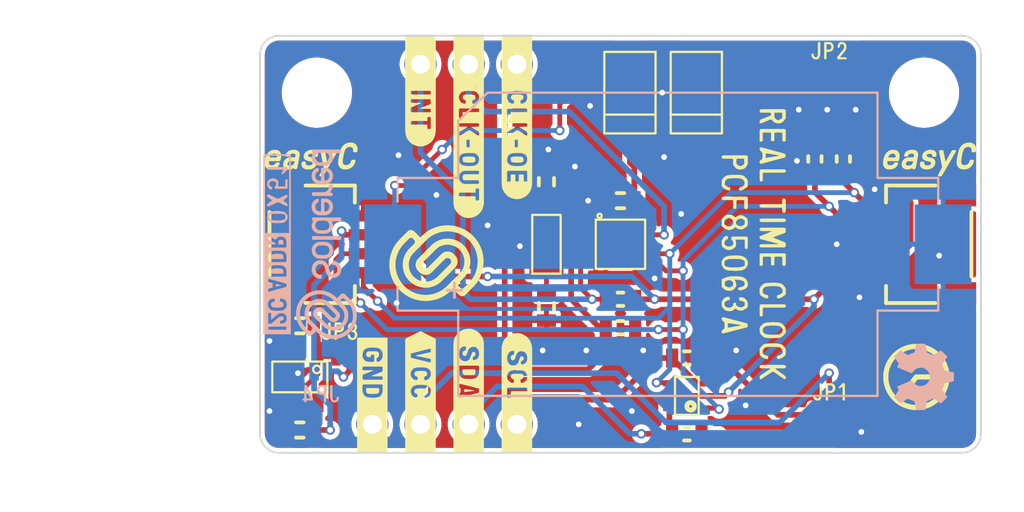
<source format=kicad_pcb>
(kicad_pcb (version 20210623) (generator pcbnew)
  (title_block (title "Real time clock PCF85063A") (date "2021-06-11") (rev "V1.1.1.") (company "SOLDERED") (comment 1 "333051"))
  (layers (0 "F.Cu" signal) (31 "B.Cu" signal) (34 "B.Paste" user) (35 "F.Paste" user) (36 "B.SilkS" user "B.Silkscreen") (37 "F.SilkS" user "F.Silkscreen") (38 "B.Mask" user) (39 "F.Mask" user) (44 "Edge.Cuts" user))
  (net 0 "")
  (net 1 "GND")
  (net 2 "Net-(C1-Pad1)")
  (net 3 "Net-(C2-Pad1)")
  (net 4 "VCC")
  (net 5 "Net-(C4-Pad2)")
  (net 6 "3V3")
  (net 7 "Net-(D1-Pad1)")
  (net 8 "SDA_PULL5")
  (net 9 "5V")
  (net 10 "SCL_PULL5")
  (net 11 "SDA_PULL3,3")
  (net 12 "SCL_PULL3,3")
  (net 13 "CLK_OE")
  (net 14 "CLK_OUT")
  (net 15 "INT")
  (net 16 "SDA3,3")
  (net 17 "SCL3,3")
  (net 18 "SCL5")
  (net 19 "SDA5")
  (footprint "e-radionica.com footprinti:0603R" (layer "F.Cu") (at 130.8 126.1)
    (fp_text reference "R5")
    (fp_text value "10k")
    (pad "1" smd rect locked (at -0.775 0 90) (size 1 0.64) (layers "F.Cu" "F.Paste" "F.Mask") (net 19 "SDA5"))
    (pad "2" smd rect locked (at 0.775 0 90) (size 1 0.64) (layers "F.Cu" "F.Paste" "F.Mask") (net 8 "SDA_PULL5"))
  )
  (footprint "e-radionica.com footprinti:KRISTAL_3215" (layer "F.Cu") (at 123.4 116.1 90)
    (fp_text reference "X1")
    (fp_text value "32.768kHz-3215")
    (pad "1" smd rect locked (at -1.25 0 90) (size 1 1.8) (layers "F.Cu" "F.Paste" "F.Mask") (net 2 "Net-(C1-Pad1)"))
    (pad "2" smd rect locked (at 1.25 0 90) (size 1 1.8) (layers "F.Cu" "F.Paste" "F.Mask") (net 3 "Net-(C2-Pad1)"))
  )
  (footprint "buzzardLabel" (layer "F.Cu") (at 121.84 127.5 -90)
    (fp_text reference "" (at 0 0 90) (layer "F.SilkS") (effects (font (size 1.27 1.27))))
    (fp_text value "" (at 0 0 90) (layer "F.SilkS") (effects (font (size 1.27 1.27))))
  )
  (footprint "e-radionica.com footprinti:SMD-JUMPER-CONNECTED_TRACE_SLODERMASK" (layer "F.Cu") (at 112.65 122)
    (fp_text reference "JP3")
    (fp_text value "SMD-JUMPER-CONNECTED_TRACE_SLODERMASK")
    (fp_poly (pts (xy 0.1 0.1) (xy -0.1 0.1) (xy -0.1 -0.1) (xy 0.1 -0.1)) (layer "F.Cu") (width 0.1) (fill solid))
    (pad "1" smd rect locked (at -0.35 0) (size 0.5 1) (layers "F.Cu" "F.Mask") (net 5 "Net-(C4-Pad2)"))
    (pad "2" smd rect locked (at 0.35 0) (size 0.5 1) (layers "F.Cu" "F.Mask") (net 9 "5V"))
  )
  (footprint "Soldered Graphics:Symbol-Front-Clock" (layer "F.Cu") (at 142.9 123.1 -90)
    (fp_text reference "G***" hide)
    (fp_text value "LOGO" hide)
  )
  (footprint "buzzardLabel" (layer "F.Cu") (at 135.3 116.1 -90)
    (fp_text reference "" (at 0 0 90) (layer "F.SilkS") (effects (font (size 1.27 1.27))))
    (fp_text value "" (at 0 0 90) (layer "F.SilkS") (effects (font (size 1.27 1.27))))
  )
  (footprint "e-radionica.com footprinti:HEADER_MALE_4X1" (layer "F.Cu") (at 118.03 125.6)
    (fp_text reference "K5")
    (fp_text value "HEADER_MALE_4X1")
    (pad "1" thru_hole circle locked (at -3.81 0) (size 1.7 1.7) (drill 1) (layers *.Cu *.Mask) (net 1 "GND"))
    (pad "2" thru_hole circle locked (at -1.27 0) (size 1.7 1.7) (drill 1) (layers *.Cu *.Mask) (net 9 "5V"))
    (pad "3" thru_hole circle locked (at 1.27 0) (size 1.7 1.7) (drill 1) (layers *.Cu *.Mask) (net 19 "SDA5"))
    (pad "4" thru_hole circle locked (at 3.81 0) (size 1.7 1.7) (drill 1) (layers *.Cu *.Mask) (net 18 "SCL5"))
  )
  (footprint "Soldered Graphics:Logo-Front-easyC-5mm" (layer "F.Cu") (at 143.6 111.6)
    (fp_text reference "G***" hide)
    (fp_text value "LOGO" hide)
  )
  (footprint "Soldered Graphics:Logo-Back-OSH-3.5mm" (layer "F.Cu") (at 143.3 123.1 -90)
    (fp_text reference "G***" hide)
    (fp_text value "LOGO" hide)
  )
  (footprint "buzzardLabel" (layer "F.Cu") (at 119.3 127.5 -90)
    (fp_text reference "" (at 0 0 90) (layer "F.SilkS") (effects (font (size 1.27 1.27))))
    (fp_text value "" (at 0 0 90) (layer "F.SilkS") (effects (font (size 1.27 1.27))))
  )
  (footprint "e-radionica.com footprinti:0603C" (layer "F.Cu") (at 127.3 113.8)
    (fp_text reference "C3")
    (fp_text value "0.1uF")
    (pad "1" smd rect locked (at -0.73 0) (size 0.66 1) (layers "F.Cu" "F.Paste" "F.Mask") (net 1 "GND"))
    (pad "2" smd rect locked (at 0.73 0) (size 0.66 1) (layers "F.Cu" "F.Paste" "F.Mask") (net 4 "VCC"))
  )
  (footprint "e-radionica.com footprinti:0603C" (layer "F.Cu") (at 123.4 112.8 90)
    (fp_text reference "C2")
    (fp_text value "7pF")
    (pad "1" smd rect locked (at -0.73 0 90) (size 0.66 1) (layers "F.Cu" "F.Paste" "F.Mask") (net 3 "Net-(C2-Pad1)"))
    (pad "2" smd rect locked (at 0.73 0 90) (size 0.66 1) (layers "F.Cu" "F.Paste" "F.Mask") (net 1 "GND"))
  )
  (footprint "e-radionica.com footprinti:FIDUCIAL_23" (layer "F.Cu") (at 110.3 116.1 -90)
    (fp_text reference "FD1")
    (fp_text value "FIDUCIAL")
    (fp_circle (center 0 0) (end 1 0) (layer "F.Cu") (width 0.2) (fill none))
    (pad "1" smd circle (at 0 0 270) (size 1 1) (layers "F.Cu" "F.Paste" "F.Mask") (clearance 1.1))
  )
  (footprint "e-radionica.com footprinti:0603C" (layer "F.Cu") (at 110.4 125.9)
    (fp_text reference "C5")
    (fp_text value "2.2uF")
    (pad "1" smd rect locked (at -0.73 0) (size 0.66 1) (layers "F.Cu" "F.Paste" "F.Mask") (net 1 "GND"))
    (pad "2" smd rect locked (at 0.73 0) (size 0.66 1) (layers "F.Cu" "F.Paste" "F.Mask") (net 6 "3V3"))
  )
  (footprint "e-radionica.com footprinti:HOLE_3.2mm" (layer "F.Cu") (at 111.3 108.1 -90)
    (fp_text reference "H2" hide)
    (fp_text value "HOLE_3.2mm" hide)
    (pad "" np_thru_hole circle locked (at 0 0 270) (size 3.2 3.2) (drill 3.2) (layers F&B.Cu *.Mask))
  )
  (footprint "buzzardLabel" (layer "F.Cu") (at 116.76 127.5 -90)
    (fp_text reference "" (at 0 0 90) (layer "F.SilkS") (effects (font (size 1.27 1.27))))
    (fp_text value "" (at 0 0 90) (layer "F.SilkS") (effects (font (size 1.27 1.27))))
  )
  (footprint "Soldered Graphics:Logo-Front-Soldered-5mm" (layer "F.Cu") (at 117.6 117.1 -90)
    (fp_text reference "G***" hide)
    (fp_text value "LOGO" hide)
  )
  (footprint "e-radionica.com footprinti:SMD_JUMPER_3_PAD_TRACE" (layer "F.Cu") (at 138.3 107.1 180)
    (fp_text reference "JP2")
    (fp_text value "SMD_JUMPER_3_PAD_TRACE")
    (fp_poly (pts (xy 0.45 0.05) (xy 0.25 0.05) (xy 0.25 -0.05) (xy 0.45 -0.05)) (layer "F.Cu") (width 0.1) (fill solid))
    (fp_poly (pts (xy -0.25 0.05) (xy -0.45 0.05) (xy -0.45 -0.05) (xy -0.25 -0.05)) (layer "F.Cu") (width 0.1) (fill solid))
    (pad "1" smd rect locked (at -0.7 0) (size 0.5 1) (layers "F.Cu" "F.Mask") (net 12 "SCL_PULL3,3"))
    (pad "2" smd custom locked (at 0 0) (size 0.5 1) (layers "F.Cu" "F.Mask") (net 6 "3V3") (options (clearance outline) (anchor rect)) (primitives))
    (pad "3" smd rect locked (at 0.7 0) (size 0.5 1) (layers "F.Cu" "F.Mask") (net 11 "SDA_PULL3,3"))
  )
  (footprint "e-radionica.com footprinti:M4_DIODA" (layer "F.Cu") (at 131.3 108.1 -90)
    (fp_text reference "D2")
    (fp_text value "M4_DIODA")
    (pad "1" smd rect locked (at -1.69 0 270) (size 1.27 1.47) (layers "F.Cu" "F.Paste" "F.Mask") (net 6 "3V3"))
    (pad "2" smd rect locked (at 1.69 0 270) (size 1.27 1.47) (layers "F.Cu" "F.Paste" "F.Mask") (net 4 "VCC"))
  )
  (footprint "e-radionica.com footprinti:0603C" (layer "F.Cu") (at 123.4 119.4 -90)
    (fp_text reference "C1")
    (fp_text value "7pF")
    (pad "1" smd rect locked (at -0.73 0 270) (size 0.66 1) (layers "F.Cu" "F.Paste" "F.Mask") (net 2 "Net-(C1-Pad1)"))
    (pad "2" smd rect locked (at 0.73 0 270) (size 0.66 1) (layers "F.Cu" "F.Paste" "F.Mask") (net 1 "GND"))
  )
  (footprint "e-radionica.com footprinti:0603R" (layer "F.Cu") (at 139.05 111.6 90)
    (fp_text reference "R6")
    (fp_text value "10k")
    (pad "1" smd rect locked (at -0.775 0 180) (size 1 0.64) (layers "F.Cu" "F.Paste" "F.Mask") (net 17 "SCL3,3"))
    (pad "2" smd rect locked (at 0.775 0 180) (size 1 0.64) (layers "F.Cu" "F.Paste" "F.Mask") (net 12 "SCL_PULL3,3"))
  )
  (footprint "buzzardLabel" (layer "F.Cu") (at 138.3 105.9)
    (fp_text reference "" (at 0 0) (layer "F.SilkS") (effects (font (size 1.27 1.27))))
    (fp_text value "" (at 0 0) (layer "F.SilkS") (effects (font (size 1.27 1.27))))
  )
  (footprint "e-radionica.com footprinti:SOT-23-5" (layer "F.Cu") (at 110.4 123.1 -90)
    (fp_text reference "U3")
    (fp_text value "SE5218")
    (pad "1" smd rect (at -1.3 -0.95 270) (size 1.1 0.6) (layers "F.Cu" "F.Paste" "F.Mask") (net 5 "Net-(C4-Pad2)"))
    (pad "2" smd rect (at -1.3 0 270) (size 1.1 0.6) (layers "F.Cu" "F.Paste" "F.Mask") (net 1 "GND"))
    (pad "3" smd rect (at -1.3 0.95 270) (size 1.1 0.6) (layers "F.Cu" "F.Paste" "F.Mask") (net 5 "Net-(C4-Pad2)"))
    (pad "4" smd rect (at 1.3 0.95 270) (size 1.1 0.6) (layers "F.Cu" "F.Paste" "F.Mask"))
    (pad "5" smd rect (at 1.3 -0.95 270) (size 1.1 0.6) (layers "F.Cu" "F.Paste" "F.Mask") (net 6 "3V3"))
  )
  (footprint "buzzardLabel" (layer "F.Cu") (at 133.3 116.1 -90)
    (fp_text reference "" (at 0 0 90) (layer "F.SilkS") (effects (font (size 1.27 1.27))))
    (fp_text value "" (at 0 0 90) (layer "F.SilkS") (effects (font (size 1.27 1.27))))
  )
  (footprint "e-radionica.com footprinti:0603R" (layer "F.Cu") (at 127.3 120.5 180)
    (fp_text reference "R4")
    (fp_text value "10k")
    (pad "1" smd rect locked (at -0.775 0 270) (size 1 0.64) (layers "F.Cu" "F.Paste" "F.Mask") (net 1 "GND"))
    (pad "2" smd rect locked (at 0.775 0 270) (size 1 0.64) (layers "F.Cu" "F.Paste" "F.Mask") (net 13 "CLK_OE"))
  )
  (footprint "buzzardLabel" (layer "F.Cu") (at 112.5 120.7)
    (fp_text reference "" (at 0 0) (layer "F.SilkS") (effects (font (size 1.27 1.27))))
    (fp_text value "" (at 0 0) (layer "F.SilkS") (effects (font (size 1.27 1.27))))
  )
  (footprint "buzzardLabel" (layer "F.Cu") (at 138.3 123.9)
    (fp_text reference "" (at 0 0) (layer "F.SilkS") (effects (font (size 1.27 1.27))))
    (fp_text value "" (at 0 0) (layer "F.SilkS") (effects (font (size 1.27 1.27))))
  )
  (footprint "buzzardLabel" (layer "F.Cu") (at 121.84 104.7 -90)
    (fp_text reference "" (at 0 0 90) (layer "F.SilkS") (effects (font (size 1.27 1.27))))
    (fp_text value "" (at 0 0 90) (layer "F.SilkS") (effects (font (size 1.27 1.27))))
  )
  (footprint "e-radionica.com footprinti:0603R" (layer "F.Cu") (at 137.55 111.6 -90)
    (fp_text reference "R1")
    (fp_text value "10k")
    (pad "1" smd rect locked (at -0.775 0) (size 1 0.64) (layers "F.Cu" "F.Paste" "F.Mask") (net 11 "SDA_PULL3,3"))
    (pad "2" smd rect locked (at 0.775 0) (size 1 0.64) (layers "F.Cu" "F.Paste" "F.Mask") (net 16 "SDA3,3"))
  )
  (footprint "e-radionica.com footprinti:HOLE_3.2mm" (layer "F.Cu") (at 143.3 108.1 -90)
    (fp_text reference "H1" hide)
    (fp_text value "HOLE_3.2mm" hide)
    (pad "" np_thru_hole circle locked (at 0 0 270) (size 3.2 3.2) (drill 3.2) (layers F&B.Cu *.Mask))
  )
  (footprint "buzzardLabel" (layer "F.Cu") (at 114.22 127.5 -90)
    (fp_text reference "" (at 0 0 90) (layer "F.SilkS") (effects (font (size 1.27 1.27))))
    (fp_text value "" (at 0 0 90) (layer "F.SilkS") (effects (font (size 1.27 1.27))))
  )
  (footprint "e-radionica.com footprinti:0603C" (layer "F.Cu") (at 110.4 120.4)
    (fp_text reference "C4")
    (fp_text value "2.2uF")
    (pad "1" smd rect locked (at -0.73 0) (size 0.66 1) (layers "F.Cu" "F.Paste" "F.Mask") (net 1 "GND"))
    (pad "2" smd rect locked (at 0.73 0) (size 0.66 1) (layers "F.Cu" "F.Paste" "F.Mask") (net 5 "Net-(C4-Pad2)"))
  )
  (footprint "e-radionica.com footprinti:0603R" (layer "F.Cu") (at 127.3 119)
    (fp_text reference "R3")
    (fp_text value "10k")
    (pad "1" smd rect locked (at -0.775 0 90) (size 1 0.64) (layers "F.Cu" "F.Paste" "F.Mask") (net 15 "INT"))
    (pad "2" smd rect locked (at 0.775 0 90) (size 1 0.64) (layers "F.Cu" "F.Paste" "F.Mask") (net 6 "3V3"))
  )
  (footprint "buzzardLabel" (layer "F.Cu") (at 119.3 104.7 -90)
    (fp_text reference "" (at 0 0 90) (layer "F.SilkS") (effects (font (size 1.27 1.27))))
    (fp_text value "" (at 0 0 90) (layer "F.SilkS") (effects (font (size 1.27 1.27))))
  )
  (footprint "e-radionica.com footprinti:easyC-connector" (layer "F.Cu") (at 143 116.1 -90)
    (fp_text reference "K4")
    (fp_text value "easyC-SMD")
    (pad "1" smd rect locked (at -1.5 2.15 270) (size 0.6 1.55) (layers "F.Cu" "F.Paste" "F.Mask") (net 17 "SCL3,3"))
    (pad "2" smd rect locked (at -0.5 2.15 270) (size 0.6 1.55) (layers "F.Cu" "F.Paste" "F.Mask") (net 16 "SDA3,3"))
    (pad "3" smd rect locked (at 0.5 2.15 270) (size 0.6 1.55) (layers "F.Cu" "F.Paste" "F.Mask") (net 6 "3V3"))
    (pad "4" smd rect locked (at 1.5 2.15 270) (size 0.6 1.55) (layers "F.Cu" "F.Paste" "F.Mask") (net 1 "GND"))
    (pad "5" smd rect locked (at 2.6 -2.15 270) (size 1.2 1.8) (layers "F.Cu" "F.Paste" "F.Mask") (net 1 "GND"))
    (pad "5" smd rect locked (at -2.6 -2.15 270) (size 1.2 1.8) (layers "F.Cu" "F.Paste" "F.Mask") (net 1 "GND"))
  )
  (footprint "e-radionica.com footprinti:M4_DIODA" (layer "F.Cu") (at 127.8 108.1 -90)
    (fp_text reference "D1")
    (fp_text value "M4_DIODA")
    (pad "1" smd rect locked (at -1.69 0 270) (size 1.27 1.47) (layers "F.Cu" "F.Paste" "F.Mask") (net 7 "Net-(D1-Pad1)"))
    (pad "2" smd rect locked (at 1.69 0 270) (size 1.27 1.47) (layers "F.Cu" "F.Paste" "F.Mask") (net 4 "VCC"))
  )
  (footprint "Soldered Graphics:Logo-Front-easyC-5mm" (layer "F.Cu") (at 111 111.6)
    (fp_text reference "G***" hide)
    (fp_text value "LOGO" hide)
  )
  (footprint "Soldered Graphics:Logo-Back-SolderedFULL-10mm" (layer "F.Cu") (at 111.8 116.1 -90)
    (fp_text reference "G***" hide)
    (fp_text value "LOGO" hide)
  )
  (footprint "buzzardLabel" (layer "F.Cu") (at 116.76 104.7 -90)
    (fp_text reference "" (at 0 0 90) (layer "F.SilkS") (effects (font (size 1.27 1.27))))
    (fp_text value "" (at 0 0 90) (layer "F.SilkS") (effects (font (size 1.27 1.27))))
  )
  (footprint "e-radionica.com footprinti:SMD_JUMPER_3_PAD_TRACE" (layer "F.Cu") (at 138.3 125.1)
    (fp_text reference "JP1")
    (fp_text value "SMD_JUMPER_3_PAD_TRACE")
    (fp_poly (pts (xy -0.25 0.05) (xy -0.45 0.05) (xy -0.45 -0.05) (xy -0.25 -0.05)) (layer "F.Cu") (width 0.1) (fill solid))
    (fp_poly (pts (xy 0.45 0.05) (xy 0.25 0.05) (xy 0.25 -0.05) (xy 0.45 -0.05)) (layer "F.Cu") (width 0.1) (fill solid))
    (pad "1" smd rect locked (at -0.7 0 180) (size 0.5 1) (layers "F.Cu" "F.Mask") (net 10 "SCL_PULL5"))
    (pad "2" smd custom locked (at 0 0 180) (size 0.5 1) (layers "F.Cu" "F.Mask") (net 9 "5V") (options (clearance outline) (anchor rect)) (primitives))
    (pad "3" smd rect locked (at 0.7 0 180) (size 0.5 1) (layers "F.Cu" "F.Mask") (net 8 "SDA_PULL5"))
  )
  (footprint "e-radionica.com footprinti:SOT-363" (layer "F.Cu") (at 130.8 124.1 180)
    (fp_text reference "U1")
    (fp_text value "NMOS-DUAL")
    (pad "1" smd rect (at -0.92 -0.65 270) (size 0.3 0.66) (layers "F.Cu" "F.Paste" "F.Mask") (net 16 "SDA3,3"))
    (pad "2" smd rect (at -0.92 0 270) (size 0.3 0.66) (layers "F.Cu" "F.Paste" "F.Mask") (net 6 "3V3"))
    (pad "3" smd rect (at -0.92 0.65 270) (size 0.3 0.66) (layers "F.Cu" "F.Paste" "F.Mask") (net 18 "SCL5"))
    (pad "4" smd rect (at 0.92 0.65 270) (size 0.3 0.66) (layers "F.Cu" "F.Paste" "F.Mask") (net 17 "SCL3,3"))
    (pad "5" smd rect (at 0.92 0 270) (size 0.3 0.66) (layers "F.Cu" "F.Paste" "F.Mask") (net 6 "3V3"))
    (pad "6" smd rect (at 0.92 -0.65 270) (size 0.3 0.66) (layers "F.Cu" "F.Paste" "F.Mask") (net 19 "SDA5"))
  )
  (footprint "e-radionica.com footprinti:easyC-connector" (layer "F.Cu") (at 111.6 116.1 90)
    (fp_text reference "K3")
    (fp_text value "easyC-SMD")
    (pad "1" smd rect locked (at -1.5 2.15 90) (size 0.6 1.55) (layers "F.Cu" "F.Paste" "F.Mask") (net 17 "SCL3,3"))
    (pad "2" smd rect locked (at -0.5 2.15 90) (size 0.6 1.55) (layers "F.Cu" "F.Paste" "F.Mask") (net 16 "SDA3,3"))
    (pad "3" smd rect locked (at 0.5 2.15 90) (size 0.6 1.55) (layers "F.Cu" "F.Paste" "F.Mask") (net 6 "3V3"))
    (pad "4" smd rect locked (at 1.5 2.15 90) (size 0.6 1.55) (layers "F.Cu" "F.Paste" "F.Mask") (net 1 "GND"))
    (pad "5" smd rect locked (at -2.6 -2.15 90) (size 1.2 1.8) (layers "F.Cu" "F.Paste" "F.Mask") (net 1 "GND"))
    (pad "5" smd rect locked (at 2.6 -2.15 90) (size 1.2 1.8) (layers "F.Cu" "F.Paste" "F.Mask") (net 1 "GND"))
  )
  (footprint "e-radionica.com footprinti:0603R" (layer "F.Cu") (at 130.8 122.1 180)
    (fp_text reference "R2")
    (fp_text value "10k")
    (pad "1" smd rect locked (at -0.775 0 270) (size 1 0.64) (layers "F.Cu" "F.Paste" "F.Mask") (net 10 "SCL_PULL5"))
    (pad "2" smd rect locked (at 0.775 0 270) (size 1 0.64) (layers "F.Cu" "F.Paste" "F.Mask") (net 18 "SCL5"))
  )
  (footprint "e-radionica.com footprinti:HEADER_MALE_3X1" (layer "F.Cu") (at 119.3 106.6)
    (fp_text reference "K2")
    (fp_text value "HEADER_MALE_3X1")
    (pad "1" thru_hole circle locked (at -2.54 0) (size 1.7 1.7) (drill 1) (layers *.Cu *.Mask) (net 15 "INT"))
    (pad "2" thru_hole circle locked (at 0 0) (size 1.7 1.7) (drill 1) (layers *.Cu *.Mask) (net 14 "CLK_OUT"))
    (pad "3" thru_hole circle locked (at 2.54 0) (size 1.7 1.7) (drill 1) (layers *.Cu *.Mask) (net 13 "CLK_OE"))
  )
  (footprint "e-radionica.com footprinti:PCF85063A" (layer "F.Cu") (at 127.3 116.1)
    (fp_text reference "U2")
    (fp_text value "PCF85063A")
    (pad "" smd rect (at 0 0) (size 1.1 2.3) (layers "F.Cu" "F.Paste" "F.Mask"))
    (pad "1" smd rect (at -1.3 -1) (size 0.7 0.25) (layers "F.Cu" "F.Paste" "F.Mask") (net 3 "Net-(C2-Pad1)"))
    (pad "2" smd rect (at -1.3 -0.5) (size 0.7 0.25) (layers "F.Cu" "F.Paste" "F.Mask") (net 2 "Net-(C1-Pad1)"))
    (pad "3" smd rect (at -1.3 0) (size 0.7 0.25) (layers "F.Cu" "F.Paste" "F.Mask") (net 13 "CLK_OE"))
    (pad "4" smd rect (at -1.3 0.5) (size 0.7 0.25) (layers "F.Cu" "F.Paste" "F.Mask") (net 15 "INT"))
    (pad "5" smd rect (at -1.3 1) (size 0.7 0.25) (layers "F.Cu" "F.Paste" "F.Mask") (net 1 "GND"))
    (pad "6" smd rect (at 1.3 1) (size 0.7 0.25) (layers "F.Cu" "F.Paste" "F.Mask") (net 16 "SDA3,3"))
    (pad "7" smd rect (at 1.3 0.5) (size 0.7 0.25) (layers "F.Cu" "F.Paste" "F.Mask") (net 17 "SCL3,3"))
    (pad "8" smd rect (at 1.3 0) (size 0.7 0.25) (layers "F.Cu" "F.Paste" "F.Mask"))
    (pad "9" smd rect (at 1.3 -0.5) (size 0.7 0.25) (layers "F.Cu" "F.Paste" "F.Mask") (net 14 "CLK_OUT"))
    (pad "10" smd rect (at 1.3 -1) (size 0.7 0.25) (layers "F.Cu" "F.Paste" "F.Mask") (net 4 "VCC"))
  )
  (footprint "buzzardLabel" (layer "B.Cu") (at 109.2 113.5 90)
    (fp_text reference "" (at 0 0 90) (layer "B.SilkS") (effects (font (size 1.27 1.27)) (justify mirror)))
    (fp_text value "" (at 0 0 90) (layer "B.SilkS") (effects (font (size 1.27 1.27)) (justify mirror)))
  )
  (footprint "Soldered Graphics:Symbol-Front-I2C-ADDR-Field" (layer "B.Cu") (at 109.2 116.1 90)
    (fp_text reference "REF**" hide)
    (fp_text value "Symbol-Front-I2C-ADDR-Field" hide)
  )
  (footprint "e-radionica.com footprinti:CR2032-BS-6-1" (layer "B.Cu") (at 129.8 116.1 180)
    (fp_text reference "K1")
    (fp_text value "CR2032_BS-6_HOLDER")
    (fp_text user "+" (at 11.25 -2.5 180 unlocked) (layer "B.SilkS") (effects (justify mirror)))
    (pad "+" smd rect locked (at 14.5 0 180) (size 3 4.2) (layers "B.Cu" "B.Paste" "B.Mask") (net 7 "Net-(D1-Pad1)"))
    (pad "-" smd rect locked (at -14.5 0 180) (size 3 4.2) (layers "B.Cu" "B.Paste" "B.Mask") (net 1 "GND"))
  )
  (footprint "buzzardLabel" (layer "B.Cu") (at 111.5 124 180)
    (fp_text reference "" (at 0 0) (layer "B.SilkS") (effects (font (size 1.27 1.27)) (justify mirror)))
    (fp_text value "" (at 0 0) (layer "B.SilkS") (effects (font (size 1.27 1.27)) (justify mirror)))
  )
  (footprint "e-radionica.com footprinti:SMD_JUMPER" (layer "B.Cu") (at 111.5 122.8 180)
    (fp_text reference "JP4")
    (fp_text value "SMD_JUMPER")
    (pad "1" smd rect locked (at -0.35 0 180) (size 0.5 1) (layers "B.Cu" "B.Mask") (net 9 "5V"))
    (pad "2" smd rect locked (at 0.35 0 180) (size 0.5 1) (layers "B.Cu" "B.Mask") (net 6 "3V3"))
  )
  (gr_arc (start 145.3 106.1) (end 146.3 106.1) (angle -90) (layer "Edge.Cuts") (width 0.1))
  (gr_line (start 145.3 127.1) (end 109.3 127.1) (layer "Edge.Cuts") (width 0.1))
  (gr_line (start 146.3 106.1) (end 146.3 126.1) (layer "Edge.Cuts") (width 0.1))
  (gr_arc (start 145.3 126.1) (end 145.3 127.1) (angle -90) (layer "Edge.Cuts") (width 0.1))
  (gr_arc (start 109.3 126.1) (end 108.3 126.1) (angle -90) (layer "Edge.Cuts") (width 0.1))
  (gr_line (start 108.3 126.1) (end 108.3 106.1) (layer "Edge.Cuts") (width 0.1))
  (gr_line (start 109.3 105.1) (end 145.3 105.1) (layer "Edge.Cuts") (width 0.1))
  (gr_arc (start 109.3 106.1) (end 108.3 106.1) (angle 90) (layer "Edge.Cuts") (width 0.1))
  (via (at 136.7 109) (size 0.5) (drill 0.3) (layers "F.Cu" "B.Cu") (net 1))
  (via (at 117.6 113.5) (size 0.5) (drill 0.3) (layers "F.Cu" "B.Cu") (net 1))
  (via (at 123.2 121.7) (size 0.5) (drill 0.3) (layers "F.Cu" "B.Cu") (net 1))
  (via (at 123.5 111.1) (size 0.5) (drill 0.3) (layers "F.Cu" "B.Cu") (net 1))
  (via (at 138.7 116.1) (size 0.5) (drill 0.3) (layers "F.Cu" "B.Cu") (net 1))
  (via (at 108.8 124.9) (size 0.5) (drill 0.3) (layers "F.Cu" "B.Cu") (net 1))
  (via (at 120.3 115.1) (size 0.5) (drill 0.3) (layers "F.Cu" "B.Cu") (net 1))
  (via (at 110.3 122.9) (size 0.5) (drill 0.3) (layers "F.Cu" "B.Cu") (net 1))
  (via (at 125.5 121.7) (size 0.5) (drill 0.3) (layers "F.Cu" "B.Cu") (net 1))
  (via (at 122 116.2) (size 0.5) (drill 0.3) (layers "F.Cu" "B.Cu") (net 1))
  (via (at 125.1 125.6) (size 0.5) (drill 0.3) (layers "F.Cu" "B.Cu") (net 1))
  (via (at 129.1 117.9) (size 0.5) (drill 0.3) (layers "F.Cu" "B.Cu") (net 1))
  (via (at 128.5 121.7) (size 0.5) (drill 0.3) (layers "F.Cu" "B.Cu") (net 1))
  (via (at 129.6 111.5) (size 0.5) (drill 0.3) (layers "F.Cu" "B.Cu") (net 1))
  (via (at 127.9 124.9) (size 0.5) (drill 0.3) (layers "F.Cu" "B.Cu") (net 1))
  (via (at 125.6 113.8) (size 0.5) (drill 0.3) (layers "F.Cu" "B.Cu") (net 1))
  (via (at 133.9 124.6) (size 0.5) (drill 0.3) (layers "F.Cu" "B.Cu") (net 1))
  (via (at 133.4 121.7) (size 0.5) (drill 0.3) (layers "F.Cu" "B.Cu") (net 1))
  (via (at 115.5 119.2) (size 0.5) (drill 0.3) (layers "F.Cu" "B.Cu") (net 1))
  (via (at 139.7 109) (size 0.5) (drill 0.3) (layers "F.Cu" "B.Cu") (net 1))
  (via (at 115.6 111.4) (size 0.5) (drill 0.3) (layers "F.Cu" "B.Cu") (net 1))
  (via (at 138.2 109) (size 0.5) (drill 0.3) (layers "F.Cu" "B.Cu") (net 1))
  (via (at 108.8 121.2) (size 0.5) (drill 0.3) (layers "F.Cu" "B.Cu") (net 1))
  (via (at 125.7 108.8) (size 0.5) (drill 0.3) (layers "F.Cu" "B.Cu") (net 1))
  (via (at 124.9 112) (size 0.5) (drill 0.3) (layers "F.Cu" "B.Cu") (net 1))
  (via (at 140 126) (size 0.5) (drill 0.3) (layers "F.Cu" "B.Cu") (net 1))
  (via (at 130.5 114.5) (size 0.5) (drill 0.3) (layers "F.Cu" "B.Cu") (net 1))
  (via (at 136.6 111.7) (size 0.5) (drill 0.3) (layers "F.Cu" "B.Cu") (net 1))
  (via (at 140.7 113.2) (size 0.5) (drill 0.3) (layers "F.Cu" "B.Cu") (net 1))
  (via (at 129.5 108.1) (size 0.5) (drill 0.3) (layers "F.Cu" "B.Cu") (net 1))
  (via (at 139.9 118.9) (size 0.5) (drill 0.3) (layers "F.Cu" "B.Cu") (net 1))
  (via (at 144.1 116.7) (size 0.5) (drill 0.3) (layers "F.Cu" "B.Cu") (net 1))
  (segment (start 123.6 117) (end 123.6 117.35) (width 0.254) (layer "F.Cu") (net 2))
  (segment (start 125 115.6) (end 123.6 117) (width 0.254) (layer "F.Cu") (net 2))
  (segment (start 123.4 117.35) (end 123.4 118.67) (width 0.25) (layer "F.Cu") (net 2))
  (segment (start 126.35 115.6) (end 125 115.6) (width 0.254) (layer "F.Cu") (net 2))
  (segment (start 125.15 114.85) (end 124 114.85) (width 0.254) (layer "F.Cu") (net 3))
  (segment (start 125.4 115.1) (end 125.15 114.85) (width 0.254) (layer "F.Cu") (net 3))
  (segment (start 123.4 114.85) (end 123.4 113.53) (width 0.25) (layer "F.Cu") (net 3))
  (segment (start 126.35 115.1) (end 125.4 115.1) (width 0.254) (layer "F.Cu") (net 3))
  (segment (start 127.8 109.79) (end 131.3 109.79) (width 0.3) (layer "F.Cu") (net 4))
  (segment (start 128.03 112.03) (end 128.03 113.8) (width 0.3) (layer "F.Cu") (net 4))
  (segment (start 127.8 109.79) (end 127.8 111.8) (width 0.3) (layer "F.Cu") (net 4))
  (segment (start 128.25 115.1) (end 128.25 114.02) (width 0.254) (layer "F.Cu") (net 4))
  (segment (start 127.8 111.8) (end 128.03 112.03) (width 0.3) (layer "F.Cu") (net 4))
  (segment (start 128.25 114.02) (end 128.03 113.8) (width 0.254) (layer "F.Cu") (net 4))
  (segment (start 111.35 121.05) (end 111.35 121.8) (width 0.3) (layer "F.Cu") (net 5))
  (segment (start 112.3 122) (end 111.55 122) (width 0.3) (layer "F.Cu") (net 5))
  (segment (start 111.35 122) (end 111.35 121.45) (width 0.3) (layer "F.Cu") (net 5))
  (segment (start 111.35 122) (end 111.35 122.95) (width 0.254) (layer "F.Cu") (net 5))
  (segment (start 110.7 123.6) (end 110 123.6) (width 0.254) (layer "F.Cu") (net 5))
  (segment (start 109.45 123.05) (end 109.45 122) (width 0.254) (layer "F.Cu") (net 5))
  (segment (start 111.35 122.95) (end 110.7 123.6) (width 0.254) (layer "F.Cu") (net 5))
  (segment (start 110 123.6) (end 109.45 123.05) (width 0.254) (layer "F.Cu") (net 5))
  (segment (start 111.55 122) (end 111.35 121.8) (width 0.3) (layer "F.Cu") (net 5))
  (segment (start 111.13 120.4) (end 111.13 120.83) (width 0.3) (layer "F.Cu") (net 5))
  (segment (start 111.13 120.83) (end 111.35 121.05) (width 0.3) (layer "F.Cu") (net 5))
  (segment (start 142.6 116.1) (end 142.1 116.6) (width 0.3) (layer "F.Cu") (net 6))
  (segment (start 131.72 124.1) (end 132.8 124.1) (width 0.3) (layer "F.Cu") (net 6))
  (segment (start 129.1 119) (end 128.075 119) (width 0.3) (layer "F.Cu") (net 6))
  (segment (start 114.9 115.6) (end 113.75 115.6) (width 0.3) (layer "F.Cu") (net 6))
  (segment (start 135.24 106.41) (end 135.85 105.8) (width 0.3) (layer "F.Cu") (net 6))
  (segment (start 135.85 105.8) (end 138.8 105.8) (width 0.3) (layer "F.Cu") (net 6))
  (segment (start 111.35 125.15) (end 111.1 125.4) (width 0.3) (layer "F.Cu") (net 6))
  (segment (start 138.3 107.1) (end 138.3 106.3) (width 0.3) (layer "F.Cu") (net 6))
  (segment (start 132.8 124.1) (end 133 123.9) (width 0.3) (layer "F.Cu") (net 6))
  (segment (start 137.5 119) (end 139.9 116.6) (width 0.3) (layer "F.Cu") (net 6))
  (segment (start 138.3 106.3) (end 138.8 105.8) (width 0.3) (layer "F.Cu") (net 6))
  (segment (start 139.6 105.8) (end 140.3 106.5) (width 0.3) (layer "F.Cu") (net 6))
  (segment (start 111.1 125.4) (end 111.1 125.87) (width 0.3) (layer "F.Cu") (net 6))
  (segment (start 117.1 117.8) (end 114.9 115.6) (width 0.3) (layer "F.Cu") (net 6))
  (segment (start 137.5 119) (end 129.1 119) (width 0.3) (layer "F.Cu") (net 6))
  (segment (start 111.35 124.4) (end 111.35 125.15) (width 0.3) (layer "F.Cu") (net 6))
  (segment (start 112.8 115.6) (end 113.75 115.6) (width 0.3) (layer "F.Cu") (net 6))
  (segment (start 120.3 117.8) (end 117.1 117.8) (width 0.3) (layer "F.Cu") (net 6))
  (segment (start 140.3 106.5) (end 140.3 111.6) (width 0.3) (layer "F.Cu") (net 6))
  (segment (start 113.75 115.6) (end 114.3 115.6) (width 0.3) (layer "F.Cu") (net 6))
  (segment (start 131.3 106.41) (end 135.24 106.41) (width 0.3) (layer "F.Cu") (net 6))
  (segment (start 139.9 116.6) (end 140.85 116.6) (width 0.3) (layer "F.Cu") (net 6))
  (segment (start 129.88 124.1) (end 131.72 124.1) (width 0.3) (layer "F.Cu") (net 6))
  (segment (start 142.6 113.9) (end 142.6 116.1) (width 0.3) (layer "F.Cu") (net 6))
  (segment (start 138.8 105.8) (end 139.6 105.8) (width 0.3) (layer "F.Cu") (net 6))
  (segment (start 140.3 111.6) (end 142.6 113.9) (width 0.3) (layer "F.Cu") (net 6))
  (segment (start 112.6 115.4) (end 112.8 115.6) (width 0.3) (layer "F.Cu") (net 6))
  (segment (start 111.1 125.87) (end 111.13 125.9) (width 0.3) (layer "F.Cu") (net 6))
  (segment (start 112 125.9) (end 111.13 125.9) (width 0.3) (layer "F.Cu") (net 6))
  (segment (start 142.1 116.6) (end 140.85 116.6) (width 0.3) (layer "F.Cu") (net 6))
  (via (at 112.6 115.4) (size 0.5) (drill 0.3) (layers "F.Cu" "B.Cu") (net 6))
  (via (at 133 123.9) (size 0.5) (drill 0.3) (layers "F.Cu" "B.Cu") (net 6))
  (via (at 120.3 117.8) (size 0.5) (drill 0.3) (layers "F.Cu" "B.Cu") (net 6))
  (via (at 129.1 119) (size 0.5) (drill 0.3) (layers "F.Cu" "B.Cu") (net 6))
  (via (at 137.5 119) (size 0.5) (drill 0.3) (layers "F.Cu" "B.Cu") (net 6))
  (via (at 112 125.9) (size 0.5) (drill 0.3) (layers "F.Cu" "B.Cu") (net 6))
  (segment (start 120.3 117.8) (end 127.9 117.8) (width 0.3) (layer "B.Cu") (net 6))
  (segment (start 137.5 119) (end 137.5 119.4) (width 0.3) (layer "B.Cu") (net 6))
  (segment (start 112.6 115.4) (end 112.6 116.8) (width 0.3) (layer "B.Cu") (net 6))
  (segment (start 111.15 118.25) (end 111.15 122.8) (width 0.3) (layer "B.Cu") (net 6))
  (segment (start 127.9 117.8) (end 129.1 119) (width 0.3) (layer "B.Cu") (net 6))
  (segment (start 112.6 116.8) (end 111.15 118.25) (width 0.3) (layer "B.Cu") (net 6))
  (segment (start 137.5 119.4) (end 133 123.9) (width 0.3) (layer "B.Cu") (net 6))
  (segment (start 111.15 123.75) (end 111.15 122.8) (width 0.3) (layer "B.Cu") (net 6))
  (segment (start 112 124.6) (end 111.15 123.75) (width 0.3) (layer "B.Cu") (net 6))
  (segment (start 112 125.9) (end 112 124.6) (width 0.3) (layer "B.Cu") (net 6))
  (segment (start 116 113) (end 115.4 113) (width 0.254) (layer "F.Cu") (net 7))
  (segment (start 117.9 111.1) (end 116 113) (width 0.254) (layer "F.Cu") (net 7))
  (segment (start 126.39 106.41) (end 124.6 108.2) (width 0.254) (layer "F.Cu") (net 7))
  (segment (start 124.6 108.2) (end 124.1 108.7) (width 0.254) (layer "F.Cu") (net 7))
  (segment (start 124.1 108.7) (end 124.1 110.1) (width 0.254) (layer "F.Cu") (net 7))
  (segment (start 127.8 106.41) (end 126.39 106.41) (width 0.254) (layer "F.Cu") (net 7))
  (via (at 124.1 110.1) (size 0.5) (drill 0.3) (layers "F.Cu" "B.Cu") (net 7))
  (via (at 115.4 113) (size 0.5) (drill 0.3) (layers "F.Cu" "B.Cu") (net 7))
  (via (at 117.9 111.1) (size 0.5) (drill 0.3) (layers "F.Cu" "B.Cu") (net 7))
  (segment (start 115.4 113) (end 115.4 116) (width 0.254) (layer "B.Cu") (net 7))
  (segment (start 118.9 110.1) (end 117.9 111.1) (width 0.254) (layer "B.Cu") (net 7))
  (segment (start 115.4 116) (end 115.3 116.1) (width 0.254) (layer "B.Cu") (net 7))
  (segment (start 121.7 110.1) (end 118.9 110.1) (width 0.254) (layer "B.Cu") (net 7))
  (segment (start 124.1 110.1) (end 121.7 110.1) (width 0.254) (layer "B.Cu") (net 7))
  (segment (start 139 125.1) (end 139 125.78002) (width 0.3) (layer "F.Cu") (net 8))
  (segment (start 138.48002 126.3) (end 132.7 126.3) (width 0.3) (layer "F.Cu") (net 8))
  (segment (start 132.7 126.3) (end 132.5 126.1) (width 0.3) (layer "F.Cu") (net 8))
  (segment (start 132.5 126.1) (end 131.575 126.1) (width 0.3) (layer "F.Cu") (net 8))
  (segment (start 139 125.78002) (end 138.48002 126.3) (width 0.3) (layer "F.Cu") (net 8))
  (segment (start 116.76 125.6) (end 116.76 122.96) (width 0.3) (layer "F.Cu") (net 9))
  (segment (start 113 122.8) (end 113 122) (width 0.3) (layer "F.Cu") (net 9))
  (segment (start 116.76 122.96) (end 115.8 122) (width 0.3) (layer "F.Cu") (net 9))
  (segment (start 115.8 122) (end 113 122) (width 0.3) (layer "F.Cu") (net 9))
  (segment (start 112.7 123.1) (end 113 122.8) (width 0.3) (layer "F.Cu") (net 9))
  (segment (start 138.3 122.9) (end 138.3 125.1) (width 0.3) (layer "F.Cu") (net 9))
  (via (at 138.3 122.9) (size 0.5) (drill 0.3) (layers "F.Cu" "B.Cu") (net 9))
  (via (at 112.7 123.1) (size 0.5) (drill 0.3) (layers "F.Cu" "B.Cu") (net 9))
  (segment (start 112.4 122.8) (end 111.85 122.8) (width 0.3) (layer "B.Cu") (net 9))
  (segment (start 138.3 122.9) (end 135.7 125.5) (width 0.3) (layer "B.Cu") (net 9))
  (segment (start 118.4 122.9) (end 116.76 124.54) (width 0.3) (layer "B.Cu") (net 9))
  (segment (start 135.7 125.5) (end 129.7 125.5) (width 0.3) (layer "B.Cu") (net 9))
  (segment (start 112.7 123.1) (end 112.4 122.8) (width 0.3) (layer "B.Cu") (net 9))
  (segment (start 116.76 124.54) (end 116.76 125.6) (width 0.3) (layer "B.Cu") (net 9))
  (segment (start 127.1 122.9) (end 118.4 122.9) (width 0.3) (layer "B.Cu") (net 9))
  (segment (start 129.7 125.5) (end 127.1 122.9) (width 0.3) (layer "B.Cu") (net 9))
  (segment (start 137.6 125.1) (end 135.6 125.1) (width 0.3) (layer "F.Cu") (net 10))
  (segment (start 132.6 122.1) (end 131.575 122.1) (width 0.3) (layer "F.Cu") (net 10))
  (segment (start 135.6 125.1) (end 132.6 122.1) (width 0.3) (layer "F.Cu") (net 10))
  (segment (start 137.6 110.775) (end 137.55 110.825) (width 0.3) (layer "F.Cu") (net 11))
  (segment (start 137.6 107.1) (end 137.6 110.775) (width 0.3) (layer "F.Cu") (net 11))
  (segment (start 139 107.1) (end 139 110.775) (width 0.3) (layer "F.Cu") (net 12))
  (segment (start 139 110.775) (end 139.05 110.825) (width 0.3) (layer "F.Cu") (net 12))
  (segment (start 124.7 116.574608) (end 124.7 119) (width 0.3) (layer "F.Cu") (net 13))
  (segment (start 121.2 121.6) (end 122.3 122.7) (width 0.3) (layer "F.Cu") (net 13))
  (segment (start 121.2 107.24) (end 121.2 121.6) (width 0.3) (layer "F.Cu") (net 13))
  (segment (start 125.6 122.7) (end 126.525 121.775) (width 0.3) (layer "F.Cu") (net 13))
  (segment (start 125.174608 116.1) (end 124.7 116.574608) (width 0.3) (layer "F.Cu") (net 13))
  (segment (start 126.35 116.1) (end 125.174608 116.1) (width 0.3) (layer "F.Cu") (net 13))
  (segment (start 126.2 120.5) (end 126.525 120.5) (width 0.3) (layer "F.Cu") (net 13))
  (segment (start 122.3 122.7) (end 125.6 122.7) (width 0.3) (layer "F.Cu") (net 13))
  (segment (start 121.84 106.6) (end 121.2 107.24) (width 0.3) (layer "F.Cu") (net 13))
  (segment (start 126.525 121.775) (end 126.525 120.5) (width 0.3) (layer "F.Cu") (net 13))
  (segment (start 124.7 119) (end 126.2 120.5) (width 0.3) (layer "F.Cu") (net 13))
  (segment (start 128.25 115.6) (end 129.6 115.6) (width 0.254) (layer "F.Cu") (net 14))
  (via (at 129.6 115.6) (size 0.5) (drill 0.3) (layers "F.Cu" "B.Cu") (net 14))
  (segment (start 124.6 109.1) (end 129.6 114.1) (width 0.3) (layer "B.Cu") (net 14))
  (segment (start 120.2 109.1) (end 124.6 109.1) (width 0.3) (layer "B.Cu") (net 14))
  (segment (start 129.6 114.1) (end 129.6 115.6) (width 0.3) (layer "B.Cu") (net 14))
  (segment (start 119.3 106.6) (end 119.3 108.2) (width 0.3) (layer "B.Cu") (net 14))
  (segment (start 119.3 108.2) (end 120.2 109.1) (width 0.3) (layer "B.Cu") (net 14))
  (segment (start 125.8 119) (end 126.525 119) (width 0.254) (layer "F.Cu") (net 15))
  (segment (start 125.2 116.8) (end 125.2 118.4) (width 0.254) (layer "F.Cu") (net 15))
  (segment (start 125.2 118.4) (end 125.35402 118.55402) (width 0.254) (layer "F.Cu") (net 15))
  (segment (start 126.35 116.6) (end 125.4 116.6) (width 0.254) (layer "F.Cu") (net 15))
  (segment (start 125.4 116.6) (end 125.2 116.8) (width 0.254) (layer "F.Cu") (net 15))
  (segment (start 125.2 118.4) (end 125.8 119) (width 0.254) (layer "F.Cu") (net 15))
  (via (at 125.8 119) (size 0.5) (drill 0.3) (layers "F.Cu" "B.Cu") (net 15))
  (segment (start 116.76 111.26) (end 116.76 106.6) (width 0.3) (layer "B.Cu") (net 15))
  (segment (start 119 113.5) (end 119 118.6) (width 0.3) (layer "B.Cu") (net 15))
  (segment (start 119 113.5) (end 116.76 111.26) (width 0.3) (layer "B.Cu") (net 15))
  (segment (start 119 118.6) (end 119.4 119) (width 0.3) (layer "B.Cu") (net 15))
  (segment (start 119.4 119) (end 125.8 119) (width 0.3) (layer "B.Cu") (net 15))
  (segment (start 129.3 120.6) (end 130.6 120.6) (width 0.254) (layer "F.Cu") (net 16))
  (segment (start 112.3 117.9) (end 112.3 116.9) (width 0.254) (layer "F.Cu") (net 16))
  (segment (start 137.55 113.35) (end 138.3 114.1) (width 0.3) (layer "F.Cu") (net 16))
  (segment (start 132.45 124.75) (end 132.5 124.8) (width 0.254) (layer "F.Cu") (net 16))
  (segment (start 139.8 115.6) (end 140.85 115.6) (width 0.3) (layer "F.Cu") (net 16))
  (segment (start 131.72 124.75) (end 132.45 124.75) (width 0.254) (layer "F.Cu") (net 16))
  (segment (start 112.3 116.9) (end 112.6 116.6) (width 0.254) (layer "F.Cu") (net 16))
  (segment (start 137.55 112.375) (end 137.55 113.35) (width 0.3) (layer "F.Cu") (net 16))
  (segment (start 129.3 117.1) (end 128.25 117.1) (width 0.254) (layer "F.Cu") (net 16))
  (segment (start 130.6 117.5) (end 129.7 117.5) (width 0.254) (layer "F.Cu") (net 16))
  (segment (start 129.7 117.5) (end 129.3 117.1) (width 0.254) (layer "F.Cu") (net 16))
  (segment (start 138.3 114.1) (end 139.8 115.6) (width 0.3) (layer "F.Cu") (net 16))
  (segment (start 113.6 119.2) (end 112.3 117.9) (width 0.254) (layer "F.Cu") (net 16))
  (segment (start 112.6 116.6) (end 113.75 116.6) (width 0.254) (layer "F.Cu") (net 16))
  (via (at 138.3 114.1) (size 0.5) (drill 0.3) (layers "F.Cu" "B.Cu") (net 16))
  (via (at 129.3 120.6) (size 0.5) (drill 0.3) (layers "F.Cu" "B.Cu") (net 16))
  (via (at 130.6 120.6) (size 0.5) (drill 0.3) (layers "F.Cu" "B.Cu") (net 16))
  (via (at 130.6 117.5) (size 0.5) (drill 0.3) (layers "F.Cu" "B.Cu") (net 16))
  (via (at 113.6 119.2) (size 0.5) (drill 0.3) (layers "F.Cu" "B.Cu") (net 16))
  (via (at 132.5 124.8) (size 0.5) (drill 0.3) (layers "F.Cu" "B.Cu") (net 16))
  (segment (start 113.6 119.2) (end 115 120.6) (width 0.254) (layer "B.Cu") (net 16))
  (segment (start 133.45 114.1) (end 138.3 114.1) (width 0.254) (layer "B.Cu") (net 16))
  (segment (start 130.6 116.95) (end 133.45 114.1) (width 0.254) (layer "B.Cu") (net 16))
  (segment (start 130.6 120.6) (end 130.6 122.9) (width 0.254) (layer "B.Cu") (net 16))
  (segment (start 130.6 117.5) (end 130.6 116.95) (width 0.254) (layer "B.Cu") (net 16))
  (segment (start 130.6 122.9) (end 132.5 124.8) (width 0.254) (layer "B.Cu") (net 16))
  (segment (start 115 120.6) (end 129.3 120.6) (width 0.254) (layer "B.Cu") (net 16))
  (segment (start 130.6 117.5) (end 130.6 120.6) (width 0.254) (layer "B.Cu") (net 16))
  (segment (start 129.9 116.6) (end 128.25 116.6) (width 0.254) (layer "F.Cu") (net 17))
  (segment (start 129.2 123.4) (end 129.83 123.4) (width 0.254) (layer "F.Cu") (net 17))
  (segment (start 139.05 112.8) (end 139.625 113.375) (width 0.3) (layer "F.Cu") (net 17))
  (segment (start 114.5 119.1) (end 113.75 118.35) (width 0.254) (layer "F.Cu") (net 17))
  (segment (start 113.75 118.35) (end 113.75 117.6) (width 0.254) (layer "F.Cu") (net 17))
  (segment (start 139.05 112.375) (end 139.05 112.8) (width 0.3) (layer "F.Cu") (net 17))
  (segment (start 139.625 113.375) (end 140.85 114.6) (width 0.3) (layer "F.Cu") (net 17))
  (segment (start 129.83 123.4) (end 129.88 123.45) (width 0.254) (layer "F.Cu") (net 17))
  (via (at 129.2 123.4) (size 0.5) (drill 0.3) (layers "F.Cu" "B.Cu") (net 17))
  (via (at 129.9 116.6) (size 0.5) (drill 0.3) (layers "F.Cu" "B.Cu") (net 17))
  (via (at 139.625 113.375) (size 0.5) (drill 0.3) (layers "F.Cu" "B.Cu") (net 17))
  (via (at 114.5 119.1) (size 0.5) (drill 0.3) (layers "F.Cu" "B.Cu") (net 17))
  (segment (start 129.9 119) (end 129.9 116.6) (width 0.254) (layer "B.Cu") (net 17))
  (segment (start 114.5 119.1) (end 115.4 120) (width 0.254) (layer "B.Cu") (net 17))
  (segment (start 129.9 122.7) (end 129.9 119) (width 0.254) (layer "B.Cu") (net 17))
  (segment (start 129.9 119.4) (end 129.9 119) (width 0.254) (layer "B.Cu") (net 17))
  (segment (start 115.4 120) (end 129.3 120) (width 0.254) (layer "B.Cu") (net 17))
  (segment (start 133.125 113.375) (end 139.625 113.375) (width 0.254) (layer "B.Cu") (net 17))
  (segment (start 129.3 120) (end 129.9 119.4) (width 0.254) (layer "B.Cu") (net 17))
  (segment (start 129.9 122.7) (end 129.2 123.4) (width 0.254) (layer "B.Cu") (net 17))
  (segment (start 129.9 116.6) (end 133.125 113.375) (width 0.254) (layer "B.Cu") (net 17))
  (segment (start 121.84 124.96) (end 122.5 124.3) (width 0.3) (layer "F.Cu") (net 18))
  (segment (start 130.025 122.125) (end 131.35 123.45) (width 0.3) (layer "F.Cu") (net 18))
  (segment (start 130.025 122.325) (end 130.025 122.1) (width 0.3) (layer "F.Cu") (net 18))
  (segment (start 127 124.3) (end 129.2 122.1) (width 0.3) (layer "F.Cu") (net 18))
  (segment (start 122.34 126.1) (end 121.84 125.6) (width 0.3) (layer "F.Cu") (net 18))
  (segment (start 131.35 123.45) (end 131.72 123.45) (width 0.3) (layer "F.Cu") (net 18))
  (segment (start 121.84 125.6) (end 121.84 124.96) (width 0.3) (layer "F.Cu") (net 18))
  (segment (start 122.5 124.3) (end 127 124.3) (width 0.3) (layer "F.Cu") (net 18))
  (segment (start 130.025 122.1) (end 130.025 122.125) (width 0.3) (layer "F.Cu") (net 18))
  (segment (start 129.2 122.1) (end 130.025 122.1) (width 0.3) (layer "F.Cu") (net 18))
  (segment (start 129.88 124.75) (end 129.88 125.955) (width 0.3) (layer "F.Cu") (net 19))
  (segment (start 128.4 126.1) (end 130.025 126.1) (width 0.3) (layer "F.Cu") (net 19))
  (via (at 128.4 126.1) (size 0.5) (drill 0.3) (layers "F.Cu" "B.Cu") (net 19))
  (segment (start 120.8 123.6) (end 119.3 125.1) (width 0.3) (layer "B.Cu") (net 19))
  (segment (start 119.3 125.1) (end 119.3 125.6) (width 0.3) (layer "B.Cu") (net 19))
  (segment (start 125.3 123.6) (end 120.8 123.6) (width 0.3) (layer "B.Cu") (net 19))
  (segment (start 128.4 126.1) (end 127.8 126.1) (width 0.3) (layer "B.Cu") (net 19))
  (segment (start 127.8 126.1) (end 125.3 123.6) (width 0.3) (layer "B.Cu") (net 19))
  (zone (net 1) (net_name "GND") (layers F&B.Cu) (connect_pads (clearance 0.254)) (min_thickness 0.2) (fill yes (thermal_gap 0.254) (thermal_bridge_width 0.254))
    (polygon (pts (xy 108.3 127.1) (xy 108.3 105.1) (xy 146.3 105.1) (xy 146.3 127.1)))
  )
)
</source>
